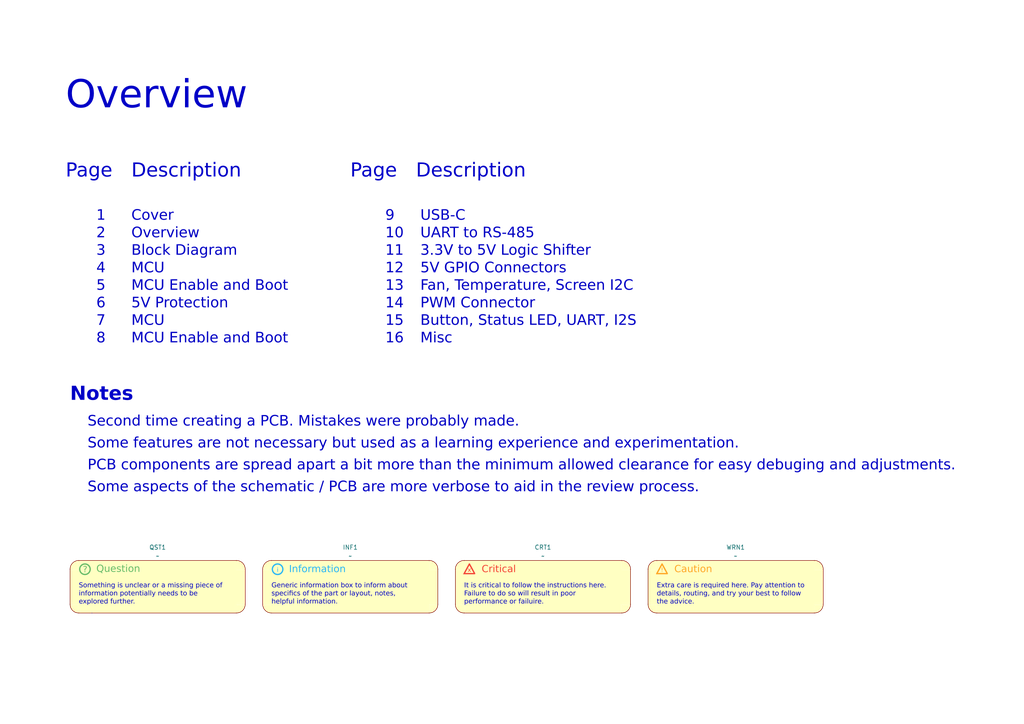
<source format=kicad_sch>
(kicad_sch (version 20231120) (generator "eeschema") (generator_version "8.0")
  (paper "A4")
  (title_block (title "AstraControl - Root") (date "2024-08-26") (rev "A") (company "LiveAstra Technologies"))
  (lib_symbols
    (symbol "LiveAstra:Critical_Box" (pin_numbers hide) (pin_names (offset 0) hide) (exclude_from_sim yes) (in_bom no) (on_board no)
      (property "Reference" "CRT" (at 0 10.16 0))
      (symbol "Critical_Box_1_1"
        (arc (start -25.3998 -5.0798) (mid -24.6559 -6.8759) (end -22.8598 -7.6198) (fill (type background)))
        (rectangle (start -25.4 5.08) (end 25.4 -5.08) (stroke (width -0.0001)) (fill (type background)))
        (arc (start -22.86 7.62) (mid -24.6561 6.8761) (end -25.4 5.08) (fill (type background)))
        (rectangle (start -22.86 7.62) (end 22.86 -7.62) (stroke (width -0.0001)) (fill (type background)))
        (polyline (pts (xy -25.4 5.08) (xy -25.4 -5.08)))
        (polyline (pts (xy -22.86 -7.62) (xy 22.86 -7.62)))
        (polyline (pts (xy 22.86 7.62) (xy -22.86 7.62)))
        (polyline (pts (xy 25.4 -5.08) (xy 25.4 5.08)))
        (polyline (pts (xy -22.86 3.81) (xy -21.336 6.604) (xy -19.812 3.81) (xy -22.86 3.81)) (stroke (width 0.381) (color 244 67 54 1)))
        (arc (start 22.86 -7.62) (mid 24.6561 -6.8761) (end 25.4 -5.08) (fill (type background)))
        (arc (start 25.4 5.08) (mid 24.6561 6.8761) (end 22.86 7.62) (fill (type background)))
        (text "Critical" (at -17.78 5.08 0) (effects (font (size 2.032 2.032)) (justify left)))
        (text "x" (at -21.336 4.826 0) (effects (font (size 1.27 1.27))))
      )
    )
    (symbol "LiveAstra:Information_Box" (pin_numbers hide) (pin_names (offset 0) hide) (exclude_from_sim yes) (in_bom no) (on_board no)
      (property "Reference" "INF" (at 0 10.16 0))
      (symbol "Information_Box_1_1"
        (arc (start -25.3998 -5.0798) (mid -24.6559 -6.8759) (end -22.8598 -7.6198) (fill (type background)))
        (rectangle (start -25.4 5.08) (end 25.4 -5.08) (stroke (width -0.0001)) (fill (type background)))
        (arc (start -22.86 7.62) (mid -24.6561 6.8761) (end -25.4 5.08) (fill (type background)))
        (rectangle (start -22.86 7.62) (end 22.86 -7.62) (stroke (width -0.0001)) (fill (type background)))
        (circle (center -21.082 5.08) (radius 1.524) (stroke (width 0.381) (color 41 182 246 1)))
        (polyline (pts (xy -25.4 5.08) (xy -25.4 -5.08)))
        (polyline (pts (xy -22.86 -7.62) (xy 22.86 -7.62)))
        (polyline (pts (xy 22.86 7.62) (xy -22.86 7.62)))
        (polyline (pts (xy 25.4 -5.08) (xy 25.4 5.08)))
        (arc (start 22.86 -7.62) (mid 24.6561 -6.8761) (end 25.4 -5.08) (fill (type background)))
        (arc (start 25.4 5.08) (mid 24.6561 6.8761) (end 22.86 7.62) (fill (type background)))
        (text "i" (at -21.0726 4.8456 0) (effects (font (size 1.27 1.27))))
        (text "Information" (at -17.78 5.08 0) (effects (font (size 2.032 2.032)) (justify left)))
      )
    )
    (symbol "LiveAstra:Question_Box" (pin_numbers hide) (pin_names (offset 0) hide) (exclude_from_sim yes) (in_bom no) (on_board no)
      (property "Reference" "QST" (at 0 10.16 0))
      (symbol "Question_Box_1_1"
        (arc (start -25.3998 -5.0798) (mid -24.6559 -6.8759) (end -22.8598 -7.6198) (fill (type background)))
        (rectangle (start -25.4 5.08) (end 25.4 -5.08) (stroke (width -0.0001)) (fill (type background)))
        (arc (start -22.86 7.62) (mid -24.6561 6.8761) (end -25.4 5.08) (fill (type background)))
        (rectangle (start -22.86 7.62) (end 22.86 -7.62) (stroke (width -0.0001)) (fill (type background)))
        (circle (center -21.082 5.08) (radius 1.524) (stroke (width 0.381) (color 102 187 106 1)))
        (polyline (pts (xy -25.4 5.08) (xy -25.4 -5.08)))
        (polyline (pts (xy -22.86 -7.62) (xy 22.86 -7.62)))
        (polyline (pts (xy 22.86 7.62) (xy -22.86 7.62)))
        (polyline (pts (xy 25.4 -5.08) (xy 25.4 5.08)))
        (arc (start 22.86 -7.62) (mid 24.6561 -6.8761) (end 25.4 -5.08) (fill (type background)))
        (arc (start 25.4 5.08) (mid 24.6561 6.8761) (end 22.86 7.62) (fill (type background)))
        (text "?" (at -21.0329 4.9503 0) (effects (font (size 1.778 1.778))))
        (text "Question" (at -17.78 6.35 0) (effects (font (size 2.032 2.032)) (justify left top)))
      )
    )
    (symbol "LiveAstra:Warning_Box" (pin_numbers hide) (pin_names (offset 0) hide) (exclude_from_sim yes) (in_bom no) (on_board no)
      (property "Reference" "WRN" (at 0 10.16 0))
      (symbol "Warning_Box_1_1"
        (arc (start -25.3998 -5.0798) (mid -24.6559 -6.8759) (end -22.8598 -7.6198) (fill (type background)))
        (rectangle (start -25.4 5.08) (end 25.4 -5.08) (stroke (width -0.0001)) (fill (type background)))
        (arc (start -22.86 7.62) (mid -24.6561 6.8761) (end -25.4 5.08) (fill (type background)))
        (rectangle (start -22.86 7.62) (end 22.86 -7.62) (stroke (width -0.0001)) (fill (type background)))
        (polyline (pts (xy -25.4 5.08) (xy -25.4 -5.08)))
        (polyline (pts (xy -22.86 -7.62) (xy 22.86 -7.62)))
        (polyline (pts (xy 22.86 7.62) (xy -22.86 7.62)))
        (polyline (pts (xy 25.4 -5.08) (xy 25.4 5.08)))
        (polyline (pts (xy -22.86 3.81) (xy -21.336 6.604) (xy -19.812 3.81) (xy -22.86 3.81)) (stroke (width 0.381) (color 255 167 38 1)))
        (arc (start 22.86 -7.62) (mid 24.6561 -6.8761) (end 25.4 -5.08) (fill (type background)))
        (arc (start 25.4 5.08) (mid 24.6561 6.8761) (end 22.86 7.62) (fill (type background)))
        (text "!" (at -21.336 4.826 0) (effects (font (size 1.27 1.27))))
        (text "Caution" (at -17.78 5.08 0) (effects (font (size 2.032 2.032)) (justify left)))
      )
    )
  )
  (polyline (pts (xy 26.67 177.8) (xy 26.67 177.8)) (stroke (width -0.0001) (type solid)))
  (circle (center 22.86 140.97) (radius 0.6351) (stroke (width -0.0001)) (fill (type color)))
  (circle (center 22.86 134.62) (radius 0.6351) (stroke (width -0.0001)) (fill (type color)))
  (circle (center 22.86 121.92) (radius 0.6351) (stroke (width -0.0001)) (fill (type color)))
  (circle (center 22.86 128.27) (radius 0.6351) (stroke (width -0.0001)) (fill (type color)))
  (text "5" (at 27.94 83.82 0) (effects (font (size 3 3)) (justify left)))
  (text "16" (at 111.76 99.06 0) (effects (font (size 3 3)) (justify left)))
  (text "6" (at 27.94 88.9 0) (effects (font (size 3 3)) (justify left)))
  (text "Some features are not necessary but used as a learning experience and experimentation." (at 25.4 129.54 0) (effects (font (size 3 3)) (justify left)))
  (text "3" (at 27.94 73.66 0) (effects (font (size 3 3)) (justify left)))
  (text "PWM Connector" (at 121.92 88.9 0) (effects (font (size 3 3)) (justify left)))
  (text "1" (at 27.94 63.5 0) (effects (font (size 3 3)) (justify left)))
  (text "Misc" (at 121.92 99.06 0) (effects (font (size 3 3)) (justify left)))
  (text "2" (at 27.94 68.58 0) (effects (font (size 3 3)) (justify left)))
  (text "11" (at 111.76 73.66 0) (effects (font (size 3 3)) (justify left)))
  (text "3.3V to 5V Logic Shifter" (at 121.92 73.66 0) (effects (font (size 3 3)) (justify left)))
  (text "UART to RS-485" (at 121.92 68.58 0) (effects (font (size 3 3)) (justify left)))
  (text "15" (at 111.76 93.98 0) (effects (font (size 3 3)) (justify left)))
  (text "Fan, Temperature, Screen I2C" (at 121.92 83.82 0) (effects (font (size 3 3)) (justify left)))
  (text "5V Protection" (at 38.1 88.9 0) (effects (font (size 3 3)) (justify left)))
  (text "PCB components are spread apart a bit more than the minimum allowed clearance for easy debuging and adjustments." (at 25.4 135.89 0) (effects (font (size 3 3)) (justify left)))
  (text "Something is unclear or a missing piece of \ninformation potentially needs to be \nexplored further." (at 22.86 172.72 0) (effects (font (size 1.397 1.397)) (justify left)))
  (text "Page" (at 101.6 50.8 0) (effects (font (size 4 4)) (justify left)))
  (text "12" (at 111.76 78.74 0) (effects (font (size 3 3)) (justify left)))
  (text "13" (at 111.76 83.82 0) (effects (font (size 3 3)) (justify left)))
  (text "22 April 2024" (at 232.5 25 0) (effects (font (size 5 5)) (justify left)))
  (text "MCU Enable and Boot" (at 38.1 83.82 0) (effects (font (size 3 3)) (justify left)))
  (text "Page" (at 19.05 50.8 0) (effects (font (size 4 4)) (justify left)))
  (text "Notes" (at 20.32 115.57 0) (effects (font (size 4 4) (thickness 0.8) (bold yes)) (justify left)))
  (text "MCU Enable and Boot" (at 38.1 99.06 0) (effects (font (size 3 3)) (justify left)))
  (text "5V GPIO Connectors" (at 121.92 78.74 0) (effects (font (size 3 3)) (justify left)))
  (text "It is critical to follow the instructions here. \nFailure to do so will result in poor\nperformance or failuire." (at 134.62 172.72 0) (effects (font (size 1.397 1.397)) (justify left)))
  (text "14" (at 111.76 88.9 0) (effects (font (size 3 3)) (justify left)))
  (text "Overview" (at 19.05 25.4 0) (effects (font (size 8 8)) (justify left top)))
  (text "Cover" (at 38.1 63.5 0) (effects (font (size 3 3)) (justify left)))
  (text "Overview" (at 38.1 68.58 0) (effects (font (size 3 3)) (justify left)))
  (text "MCU" (at 38.1 93.98 0) (effects (font (size 3 3)) (justify left)))
  (text "Second time creating a PCB. Mistakes were probably made." (at 25.4 123.19 0) (effects (font (size 3 3)) (justify left)))
  (text "8" (at 27.94 99.06 0) (effects (font (size 3 3)) (justify left)))
  (text "7" (at 27.94 93.98 0) (effects (font (size 3 3)) (justify left)))
  (text "10" (at 111.76 68.58 0) (effects (font (size 3 3)) (justify left)))
  (text "4" (at 27.94 78.74 0) (effects (font (size 3 3)) (justify left)))
  (text "Description" (at 120.65 50.8 0) (effects (font (size 4 4)) (justify left)))
  (text "Some aspects of the schematic / PCB are more verbose to aid in the review process." (at 25.4 142.24 0) (effects (font (size 3 3)) (justify left)))
  (text "9" (at 111.76 63.5 0) (effects (font (size 3 3)) (justify left)))
  (text "MCU" (at 38.1 78.74 0) (effects (font (size 3 3)) (justify left)))
  (text "Button, Status LED, UART, I2S" (at 121.92 93.98 0) (effects (font (size 3 3)) (justify left)))
  (text "USB-C" (at 121.92 63.5 0) (effects (font (size 3 3)) (justify left)))
  (text "Generic information box to inform about \nspecifics of the part or layout, notes, \nhelpful information." (at 78.74 172.72 0) (effects (font (size 1.397 1.397)) (justify left)))
  (text "Description" (at 38.1 50.8 0) (effects (font (size 4 4)) (justify left)))
  (text "Extra care is required here. Pay attention to\ndetails, routing, and try your best to follow\nthe advice." (at 190.5 172.72 0) (effects (font (size 1.397 1.397)) (justify left)))
  (text "Block Diagram" (at 38.1 73.66 0) (effects (font (size 3 3)) (justify left)))
  (symbol (lib_id "LiveAstra:Information_Box") (at 101.6 170.18 0) (unit 1) (exclude_from_sim yes) (in_bom no) (on_board no)
    (property "Reference" "INF1" (at 101.6 158.75 0))
    (property "Value" "~" (at 101.6 161.29 0))
  )
  (symbol (lib_id "LiveAstra:Warning_Box") (at 213.36 170.18 0) (unit 1) (exclude_from_sim yes) (in_bom no) (on_board no)
    (property "Reference" "WRN1" (at 213.36 158.75 0))
    (property "Value" "~" (at 213.36 161.29 0))
  )
  (symbol (lib_id "LiveAstra:Critical_Box") (at 157.48 170.18 0) (unit 1) (exclude_from_sim yes) (in_bom no) (on_board no)
    (property "Reference" "CRT1" (at 157.48 158.75 0))
    (property "Value" "~" (at 157.48 161.29 0))
  )
  (symbol (lib_id "LiveAstra:Question_Box") (at 45.72 170.18 0) (unit 1) (exclude_from_sim yes) (in_bom no) (on_board no)
    (property "Reference" "QST1" (at 45.72 158.75 0))
    (property "Value" "~" (at 45.72 161.29 0))
  )
)
</source>
